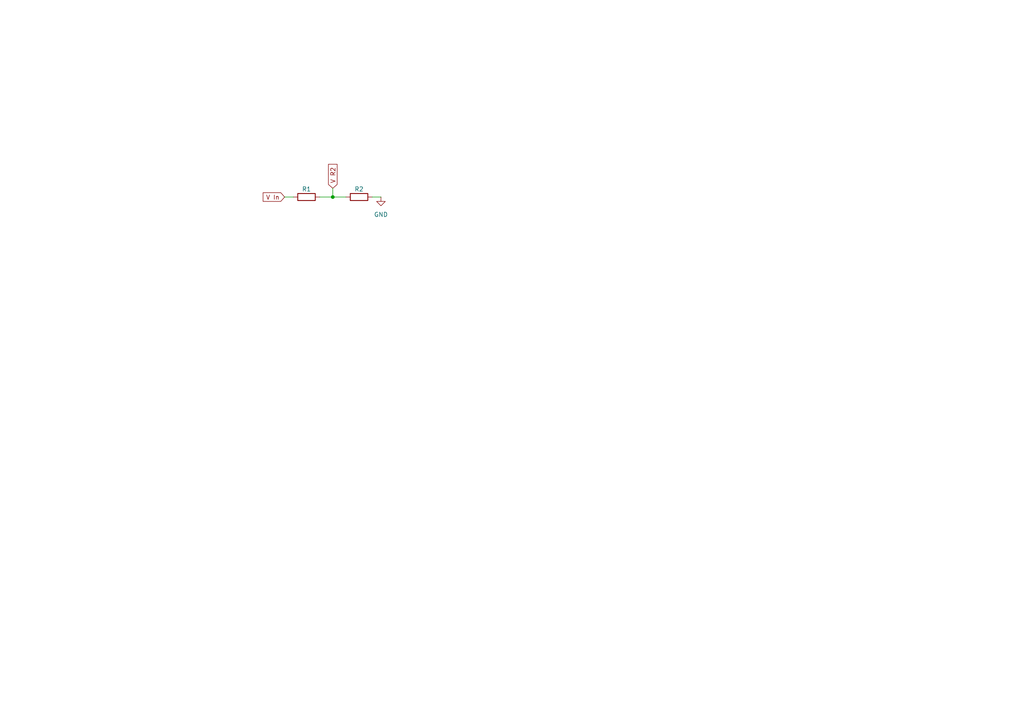
<source format=kicad_sch>
(kicad_sch (version 20231120) (generator "eeschema") (generator_version "8.0")
  (paper "A4")
  (lib_symbols
    (symbol "Device:R" (pin_numbers hide) (pin_names (offset 0))
      (property "Reference" "R" (at 2.032 0 90))
      (property "Value" "R" (at 0 0 90))
      (symbol "R_0_1"
        (rectangle (start -1.016 -2.54) (end 1.016 2.54) (stroke (width 0.254)))
      )
      (symbol "R_1_1"
        (pin passive line (at 0 3.81 270) (length 1.27) (name "~") (number "1"))
        (pin passive line (at 0 -3.81 90) (length 1.27) (name "~") (number "2"))
      )
    )
    (symbol "power:GND" (power) (pin_numbers hide) (pin_names (offset 0) hide)
      (property "Value" "GND" (at 0 -3.81 0))
      (symbol "GND_0_1"
        (polyline (pts (xy 0 0) (xy 0 -1.27) (xy 1.27 -1.27) (xy 0 -2.54) (xy -1.27 -1.27) (xy 0 -1.27)))
      )
      (symbol "GND_1_1"
        (pin power_in line (at 0 0 270) (length 0) (name "~") (number "1"))
      )
    )
  )
  (junction (at 96.52 57.15))
  (wire (pts (xy 107.95 57.15) (xy 110.49 57.15)))
  (wire (pts (xy 92.71 57.15) (xy 96.52 57.15)))
  (wire (pts (xy 82.55 57.15) (xy 85.09 57.15)))
  (wire (pts (xy 96.52 57.15) (xy 100.33 57.15)))
  (wire (pts (xy 96.52 54.61) (xy 96.52 57.15)))
  (global_label "V In" (shape input) (at 82.55 57.15 180) (property "Intersheetrefs" "${INTERSHEET_REFS}" (effects (hide yes))))
  (global_label "V R2" (shape input) (at 96.52 54.61 90) (property "Intersheetrefs" "${INTERSHEET_REFS}" (effects (hide yes))))
  (symbol (lib_id "Device:R") (at 104.14 57.15 90) (unit 1)
    (property "Reference" "R2" (at 104.14 54.864 90))
    (property "Description" "Resistor" (effects (hide yes)))
  )
  (symbol (lib_id "power:GND") (at 110.49 57.15 0) (unit 1)
    (property "Reference" "#PWR01" (effects (hide yes)))
    (property "Value" "GND" (at 110.49 62.23 0))
    (property "Description" "Power symbol creates a global label with name \"GND\" , ground" (effects (hide yes)))
  )
  (symbol (lib_id "Device:R") (at 88.9 57.15 90) (unit 1)
    (property "Reference" "R1" (at 88.9 54.864 90))
    (property "Value" "R" (effects (hide yes)))
    (property "Description" "Resistor" (effects (hide yes)))
  )
)
</source>
